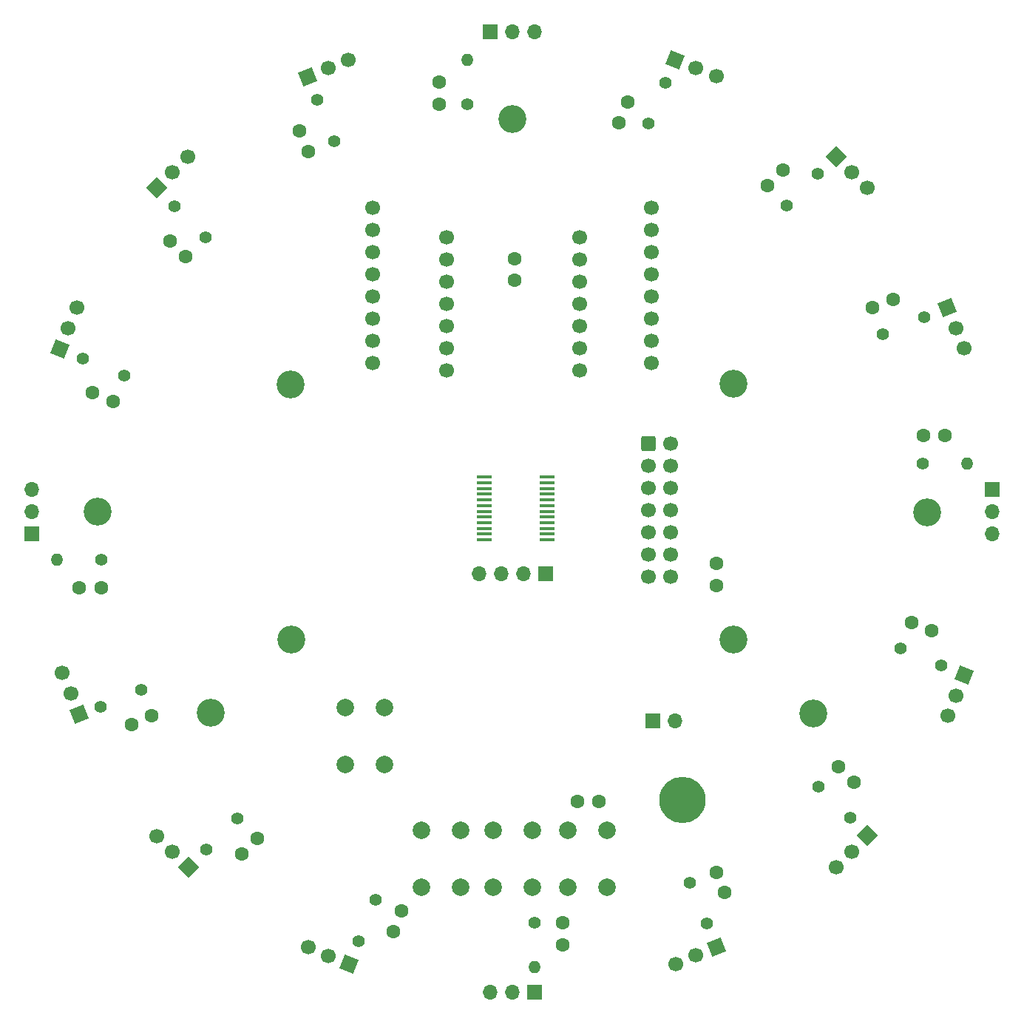
<source format=gbr>
%TF.GenerationSoftware,KiCad,Pcbnew,7.0.7*%
%TF.CreationDate,2025-05-03T00:20:40+09:00*%
%TF.ProjectId,IR_board_syuuseibann,49525f62-6f61-4726-945f-737975757365,rev?*%
%TF.SameCoordinates,Original*%
%TF.FileFunction,Soldermask,Top*%
%TF.FilePolarity,Negative*%
%FSLAX46Y46*%
G04 Gerber Fmt 4.6, Leading zero omitted, Abs format (unit mm)*
G04 Created by KiCad (PCBNEW 7.0.7) date 2025-05-03 00:20:40*
%MOMM*%
%LPD*%
G01*
G04 APERTURE LIST*
G04 Aperture macros list*
%AMRoundRect*
0 Rectangle with rounded corners*
0 $1 Rounding radius*
0 $2 $3 $4 $5 $6 $7 $8 $9 X,Y pos of 4 corners*
0 Add a 4 corners polygon primitive as box body*
4,1,4,$2,$3,$4,$5,$6,$7,$8,$9,$2,$3,0*
0 Add four circle primitives for the rounded corners*
1,1,$1+$1,$2,$3*
1,1,$1+$1,$4,$5*
1,1,$1+$1,$6,$7*
1,1,$1+$1,$8,$9*
0 Add four rect primitives between the rounded corners*
20,1,$1+$1,$2,$3,$4,$5,0*
20,1,$1+$1,$4,$5,$6,$7,0*
20,1,$1+$1,$6,$7,$8,$9,0*
20,1,$1+$1,$8,$9,$2,$3,0*%
%AMHorizOval*
0 Thick line with rounded ends*
0 $1 width*
0 $2 $3 position (X,Y) of the first rounded end (center of the circle)*
0 $4 $5 position (X,Y) of the second rounded end (center of the circle)*
0 Add line between two ends*
20,1,$1,$2,$3,$4,$5,0*
0 Add two circle primitives to create the rounded ends*
1,1,$1,$2,$3*
1,1,$1,$4,$5*%
%AMRotRect*
0 Rectangle, with rotation*
0 The origin of the aperture is its center*
0 $1 length*
0 $2 width*
0 $3 Rotation angle, in degrees counterclockwise*
0 Add horizontal line*
21,1,$1,$2,0,0,$3*%
G04 Aperture macros list end*
%ADD10RoundRect,0.250000X-0.600000X-0.600000X0.600000X-0.600000X0.600000X0.600000X-0.600000X0.600000X0*%
%ADD11C,1.700000*%
%ADD12C,1.600000*%
%ADD13R,1.700000X1.700000*%
%ADD14O,1.700000X1.700000*%
%ADD15C,5.300000*%
%ADD16C,3.200000*%
%ADD17C,1.400000*%
%ADD18HorizOval,1.400000X0.000000X0.000000X0.000000X0.000000X0*%
%ADD19HorizOval,1.400000X0.000000X0.000000X0.000000X0.000000X0*%
%ADD20HorizOval,1.400000X0.000000X0.000000X0.000000X0.000000X0*%
%ADD21HorizOval,1.400000X0.000000X0.000000X0.000000X0.000000X0*%
%ADD22RotRect,1.700000X1.700000X135.000000*%
%ADD23HorizOval,1.700000X0.000000X0.000000X0.000000X0.000000X0*%
%ADD24RotRect,1.700000X1.700000X45.000000*%
%ADD25HorizOval,1.700000X0.000000X0.000000X0.000000X0.000000X0*%
%ADD26RotRect,1.700000X1.700000X292.500000*%
%ADD27HorizOval,1.700000X0.000000X0.000000X0.000000X0.000000X0*%
%ADD28C,2.000000*%
%ADD29HorizOval,1.400000X0.000000X0.000000X0.000000X0.000000X0*%
%ADD30RotRect,1.700000X1.700000X22.500000*%
%ADD31HorizOval,1.700000X0.000000X0.000000X0.000000X0.000000X0*%
%ADD32RotRect,1.700000X1.700000X157.500000*%
%ADD33HorizOval,1.700000X0.000000X0.000000X0.000000X0.000000X0*%
%ADD34HorizOval,1.400000X0.000000X0.000000X0.000000X0.000000X0*%
%ADD35RotRect,1.700000X1.700000X202.500000*%
%ADD36HorizOval,1.700000X0.000000X0.000000X0.000000X0.000000X0*%
%ADD37HorizOval,1.400000X0.000000X0.000000X0.000000X0.000000X0*%
%ADD38HorizOval,1.400000X0.000000X0.000000X0.000000X0.000000X0*%
%ADD39HorizOval,1.400000X0.000000X0.000000X0.000000X0.000000X0*%
%ADD40O,1.400000X1.400000*%
%ADD41RotRect,1.700000X1.700000X315.000000*%
%ADD42HorizOval,1.700000X0.000000X0.000000X0.000000X0.000000X0*%
%ADD43RotRect,1.700000X1.700000X67.500000*%
%ADD44HorizOval,1.700000X0.000000X0.000000X0.000000X0.000000X0*%
%ADD45RotRect,1.700000X1.700000X112.500000*%
%ADD46HorizOval,1.700000X0.000000X0.000000X0.000000X0.000000X0*%
%ADD47RotRect,1.700000X1.700000X337.500000*%
%ADD48HorizOval,1.700000X0.000000X0.000000X0.000000X0.000000X0*%
%ADD49HorizOval,1.400000X0.000000X0.000000X0.000000X0.000000X0*%
%ADD50HorizOval,1.400000X0.000000X0.000000X0.000000X0.000000X0*%
%ADD51HorizOval,1.400000X0.000000X0.000000X0.000000X0.000000X0*%
%ADD52RotRect,1.700000X1.700000X225.000000*%
%ADD53HorizOval,1.700000X0.000000X0.000000X0.000000X0.000000X0*%
%ADD54R,1.750000X0.450000*%
%ADD55RotRect,1.700000X1.700000X247.500000*%
%ADD56HorizOval,1.700000X0.000000X0.000000X0.000000X0.000000X0*%
G04 APERTURE END LIST*
D10*
%TO.C,J2*%
X151360000Y-101900000D03*
D11*
X153900000Y-101900000D03*
X151360000Y-104440000D03*
X153900000Y-104440000D03*
X151360000Y-106980000D03*
X153900000Y-106980000D03*
X151360000Y-109520000D03*
X153900000Y-109520000D03*
X151360000Y-112060000D03*
X153900000Y-112060000D03*
X151360000Y-114600000D03*
X153900000Y-114600000D03*
X151360000Y-117140000D03*
X153900000Y-117140000D03*
%TD*%
%TO.C,U19*%
X119770000Y-74951000D03*
X119770000Y-77491000D03*
X119770000Y-80031000D03*
X119770000Y-82571000D03*
X119770000Y-85111000D03*
X119770000Y-87651000D03*
X119770000Y-90191000D03*
X119770000Y-92731000D03*
X151770000Y-74951000D03*
X151770000Y-77491000D03*
X151770000Y-80031000D03*
X151770000Y-82571000D03*
X151770000Y-85111000D03*
X151770000Y-87651000D03*
X151770000Y-90191000D03*
X151770000Y-92731000D03*
%TD*%
D12*
%TO.C,C17*%
X159180000Y-118160000D03*
X159180000Y-115660000D03*
%TD*%
D13*
%TO.C,J1*%
X139606000Y-116870000D03*
D14*
X137066000Y-116870000D03*
X134526000Y-116870000D03*
X131986000Y-116870000D03*
%TD*%
D12*
%TO.C,C19*%
X143240000Y-142910000D03*
X145740000Y-142910000D03*
%TD*%
%TO.C,C18*%
X136100000Y-80740000D03*
X136100000Y-83240000D03*
%TD*%
D15*
%TO.C,REF\u002A\u002A*%
X155290000Y-142750000D03*
%TD*%
D13*
%TO.C,U17*%
X138341699Y-164755716D03*
D14*
X135801699Y-164755716D03*
X133261699Y-164755716D03*
%TD*%
D16*
%TO.C,REF\u002A\u002A*%
X170276000Y-132800000D03*
%TD*%
D12*
%TO.C,C4*%
X106581975Y-147143010D03*
X104814208Y-148910777D03*
%TD*%
%TO.C,C9*%
X177076399Y-86380620D03*
X179386098Y-85423911D03*
%TD*%
D17*
%TO.C,R6*%
X100698859Y-78312233D03*
D18*
X97106757Y-74720131D03*
%TD*%
D17*
%TO.C,R9*%
X178258619Y-89365407D03*
D19*
X182951927Y-87421375D03*
%TD*%
D17*
%TO.C,R11*%
X151404090Y-65303441D03*
D20*
X153348122Y-60610133D03*
%TD*%
D12*
%TO.C,C5*%
X90064116Y-97079129D03*
X87754417Y-96122420D03*
%TD*%
D13*
%TO.C,U5*%
X80780983Y-112306415D03*
D14*
X80780983Y-109766415D03*
X80780983Y-107226415D03*
%TD*%
D17*
%TO.C,R4*%
X104347516Y-144837840D03*
D21*
X100755414Y-148429942D03*
%TD*%
D22*
%TO.C,U7*%
X95084418Y-72663452D03*
D23*
X96880469Y-70867401D03*
X98676520Y-69071350D03*
%TD*%
D13*
%TO.C,U13*%
X190791000Y-107195000D03*
D14*
X190791000Y-109735000D03*
X190791000Y-112275000D03*
%TD*%
D24*
%TO.C,U11*%
X172873247Y-69049135D03*
D25*
X174669298Y-70845186D03*
X176465349Y-72641237D03*
%TD*%
D12*
%TO.C,C14*%
X173178292Y-138954725D03*
X174946059Y-140722492D03*
%TD*%
D26*
%TO.C,U16*%
X159196663Y-159590682D03*
D27*
X156850009Y-160562698D03*
X154503355Y-161534714D03*
%TD*%
D28*
%TO.C,\u25B6*%
X125376000Y-152720000D03*
X125376000Y-146220000D03*
X129876000Y-152720000D03*
X129876000Y-146220000D03*
%TD*%
D12*
%TO.C,C1*%
X94495584Y-133120797D03*
X92185885Y-134077506D03*
%TD*%
D13*
%TO.C,SW4*%
X151891000Y-133650000D03*
D14*
X154431000Y-133650000D03*
%TD*%
D13*
%TO.C,U9*%
X133230283Y-54745699D03*
D14*
X135770283Y-54745699D03*
X138310283Y-54745699D03*
%TD*%
D17*
%TO.C,R7*%
X115400691Y-67278080D03*
D29*
X113456659Y-62584772D03*
%TD*%
D30*
%TO.C,U12*%
X185625965Y-86340036D03*
D31*
X186597981Y-88686690D03*
X187569997Y-91033344D03*
%TD*%
D16*
%TO.C,REF\u002A\u002A*%
X101296000Y-132720000D03*
%TD*%
D32*
%TO.C,U6*%
X83989963Y-91062368D03*
D33*
X84961979Y-88715714D03*
X85933995Y-86369060D03*
%TD*%
D16*
%TO.C,REF\u002A\u002A*%
X161156000Y-95110000D03*
%TD*%
%TO.C,REF\u002A\u002A*%
X161136000Y-124400000D03*
%TD*%
D12*
%TO.C,C6*%
X98393690Y-80546691D03*
X96625923Y-78778924D03*
%TD*%
%TO.C,C15*%
X159156079Y-151041116D03*
X160112788Y-153350815D03*
%TD*%
%TO.C,C12*%
X164990008Y-72358407D03*
X166757775Y-70590640D03*
%TD*%
%TO.C,C10*%
X182875999Y-101030000D03*
X185375999Y-101030000D03*
%TD*%
D17*
%TO.C,R14*%
X170873124Y-141189183D03*
D34*
X174465226Y-144781285D03*
%TD*%
D35*
%TO.C,U4*%
X86223016Y-132884381D03*
D36*
X85251000Y-130537727D03*
X84278984Y-128191073D03*
%TD*%
D17*
%TO.C,R13*%
X180233259Y-125368807D03*
D37*
X184926567Y-127312839D03*
%TD*%
D17*
%TO.C,R1*%
X93313363Y-130136008D03*
D38*
X88620055Y-132080040D03*
%TD*%
D17*
%TO.C,R3*%
X120167892Y-154197975D03*
D39*
X118223860Y-158891283D03*
%TD*%
D12*
%TO.C,C7*%
X112415903Y-68460300D03*
X111459194Y-66150601D03*
%TD*%
D16*
%TO.C,REF\u002A\u002A*%
X88326000Y-109730000D03*
%TD*%
D40*
%TO.C,R8*%
X130676000Y-58010000D03*
D17*
X130676000Y-63090000D03*
%TD*%
D41*
%TO.C,U15*%
X176487564Y-146837964D03*
D42*
X174691513Y-148634015D03*
X172895462Y-150430066D03*
%TD*%
D43*
%TO.C,U10*%
X154474330Y-57954680D03*
D44*
X156820984Y-58926696D03*
X159167638Y-59898712D03*
%TD*%
D12*
%TO.C,C16*%
X141575984Y-156841416D03*
X141575984Y-159341416D03*
%TD*%
D45*
%TO.C,U8*%
X112361460Y-59916472D03*
D46*
X114708114Y-58944456D03*
X117054768Y-57972440D03*
%TD*%
D47*
%TO.C,U14*%
X187582020Y-128439047D03*
D48*
X186610004Y-130785701D03*
X185637988Y-133132355D03*
%TD*%
D16*
%TO.C,REF\u002A\u002A*%
X110426000Y-95160000D03*
%TD*%
D12*
%TO.C,C3*%
X123114413Y-155472584D03*
X122157704Y-157782283D03*
%TD*%
D17*
%TO.C,R10*%
X182826000Y-104240000D03*
D40*
X187906000Y-104240000D03*
%TD*%
D16*
%TO.C,REF\u002A\u002A*%
X110476000Y-124390000D03*
%TD*%
D17*
%TO.C,R12*%
X167224466Y-74663575D03*
D49*
X170816568Y-71071473D03*
%TD*%
D17*
%TO.C,R16*%
X138365982Y-156791416D03*
D40*
X138365982Y-161871416D03*
%TD*%
D16*
%TO.C,REF\u002A\u002A*%
X183296000Y-109790000D03*
%TD*%
D17*
%TO.C,R15*%
X156171292Y-152223336D03*
D50*
X158115324Y-156916644D03*
%TD*%
D17*
%TO.C,R5*%
X91338724Y-94132609D03*
D51*
X86645416Y-92188577D03*
%TD*%
D12*
%TO.C,C2*%
X88695283Y-118450001D03*
X86195283Y-118450001D03*
%TD*%
D11*
%TO.C,U1*%
X143536000Y-78300000D03*
X143536000Y-80840000D03*
X143536000Y-83380000D03*
X143536000Y-85920000D03*
X143536000Y-88460000D03*
X143536000Y-91000000D03*
X143536000Y-93540000D03*
X128296000Y-93540000D03*
X128296000Y-91000000D03*
X128296000Y-88460000D03*
X128296000Y-85920000D03*
X128296000Y-83380000D03*
X128296000Y-80840000D03*
X128296000Y-78300000D03*
%TD*%
D12*
%TO.C,C13*%
X181507866Y-122422288D03*
X183817565Y-123378997D03*
%TD*%
D28*
%TO.C,enter*%
X133596000Y-152730000D03*
X133596000Y-146230000D03*
X138096000Y-152730000D03*
X138096000Y-146230000D03*
%TD*%
D12*
%TO.C,C11*%
X148021646Y-65154850D03*
X148978355Y-62845151D03*
%TD*%
D17*
%TO.C,R2*%
X88745283Y-115240000D03*
D40*
X83665283Y-115240000D03*
%TD*%
D12*
%TO.C,C8*%
X127466000Y-63040000D03*
X127466000Y-60540000D03*
%TD*%
D52*
%TO.C,U3*%
X98698735Y-150452280D03*
D53*
X96902684Y-148656229D03*
X95106633Y-146860178D03*
%TD*%
D54*
%TO.C,U18*%
X132616000Y-105785000D03*
X132616000Y-106435000D03*
X132616000Y-107085000D03*
X132616000Y-107735000D03*
X132616000Y-108385000D03*
X132616000Y-109035000D03*
X132616000Y-109685000D03*
X132616000Y-110335000D03*
X132616000Y-110985000D03*
X132616000Y-111635000D03*
X132616000Y-112285000D03*
X132616000Y-112935000D03*
X139816000Y-112935000D03*
X139816000Y-112285000D03*
X139816000Y-111635000D03*
X139816000Y-110985000D03*
X139816000Y-110335000D03*
X139816000Y-109685000D03*
X139816000Y-109035000D03*
X139816000Y-108385000D03*
X139816000Y-107735000D03*
X139816000Y-107085000D03*
X139816000Y-106435000D03*
X139816000Y-105785000D03*
%TD*%
D28*
%TO.C,SW3*%
X142186000Y-152720000D03*
X142186000Y-146220000D03*
X146686000Y-152720000D03*
X146686000Y-146220000D03*
%TD*%
D55*
%TO.C,U2*%
X117111510Y-161552477D03*
D56*
X114764856Y-160580461D03*
X112418202Y-159608445D03*
%TD*%
D16*
%TO.C,REF\u002A\u002A*%
X135810000Y-64770000D03*
%TD*%
D28*
%TO.C,RST*%
X116646000Y-138700000D03*
X116646000Y-132200000D03*
X121146000Y-138700000D03*
X121146000Y-132200000D03*
%TD*%
M02*

</source>
